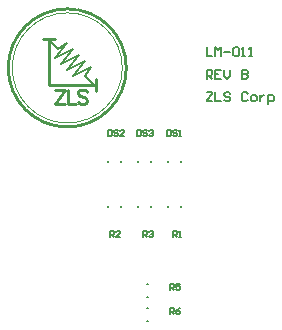
<source format=gbr>
%TF.GenerationSoftware,Altium Limited,Altium Designer,18.0.9 (584)*%
G04 Layer_Color=65535*
%FSLAX26Y26*%
%MOIN*%
%TF.FileFunction,Legend,Top*%
%TF.Part,Single*%
G01*
G75*
%TA.AperFunction,NonConductor*%
%ADD21C,0.007874*%
%ADD22C,0.010000*%
%ADD23C,0.005906*%
%ADD24C,0.005000*%
%ADD33C,0.003937*%
D21*
X356363Y-767874D02*
Y-763938D01*
X399669Y-767874D02*
Y-763938D01*
X456363Y-767874D02*
Y-763938D01*
X499669Y-767874D02*
Y-763938D01*
X556363Y-767874D02*
Y-763938D01*
X599669Y-767874D02*
Y-763938D01*
X485433Y-1103149D02*
X489371D01*
X485433Y-1146457D02*
X489371D01*
X355379Y-617874D02*
Y-613938D01*
X400655Y-617874D02*
Y-613938D01*
X455379Y-617874D02*
Y-613938D01*
X500655Y-617874D02*
Y-613938D01*
X555379Y-617874D02*
Y-613938D01*
X600655Y-617874D02*
Y-613938D01*
X485433Y-1023149D02*
X489371D01*
X485433Y-1066457D02*
X489371D01*
D22*
X416850Y-302999D02*
G03*
X416850Y-302999I-196850J0D01*
G01*
X315001Y-380000D02*
Y-340000D01*
X160001Y-360000D02*
Y-210000D01*
Y-360000D02*
X310001D01*
X140001Y-205000D02*
X180001D01*
X211489Y-375765D02*
X180000Y-422999D01*
Y-375765D02*
X211489D01*
X180000Y-422999D02*
X211489D01*
X222061Y-375765D02*
Y-422999D01*
X249052D01*
X285714Y-382513D02*
X281216Y-378015D01*
X274468Y-375765D01*
X265471D01*
X258723Y-378015D01*
X254225Y-382513D01*
Y-387012D01*
X256474Y-391510D01*
X258723Y-393759D01*
X263222Y-396009D01*
X276717Y-400507D01*
X281216Y-402756D01*
X283465Y-405005D01*
X285714Y-409504D01*
Y-416252D01*
X281216Y-420750D01*
X274468Y-422999D01*
X265471D01*
X258723Y-420750D01*
X254225Y-416252D01*
D23*
X684102Y-383860D02*
X703781D01*
Y-388780D01*
X684102Y-408458D01*
Y-413378D01*
X703781D01*
X713620Y-383860D02*
Y-413378D01*
X733299D01*
X762817Y-388780D02*
X757898Y-383860D01*
X748058D01*
X743139Y-388780D01*
Y-393699D01*
X748058Y-398619D01*
X757898D01*
X762817Y-403539D01*
Y-408458D01*
X757898Y-413378D01*
X748058D01*
X743139Y-408458D01*
X821853Y-388780D02*
X816934Y-383860D01*
X807094D01*
X802175Y-388780D01*
Y-408458D01*
X807094Y-413378D01*
X816934D01*
X821853Y-408458D01*
X836612Y-413378D02*
X846452D01*
X851371Y-408458D01*
Y-398619D01*
X846452Y-393699D01*
X836612D01*
X831693Y-398619D01*
Y-408458D01*
X836612Y-413378D01*
X861211Y-393699D02*
Y-413378D01*
Y-403539D01*
X866131Y-398619D01*
X871050Y-393699D01*
X875970D01*
X890729Y-423217D02*
Y-393699D01*
X905488D01*
X910408Y-398619D01*
Y-408458D01*
X905488Y-413378D01*
X890729D01*
X684102Y-338378D02*
Y-308860D01*
X698861D01*
X703781Y-313780D01*
Y-323619D01*
X698861Y-328539D01*
X684102D01*
X693942D02*
X703781Y-338378D01*
X733299Y-308860D02*
X713620D01*
Y-338378D01*
X733299D01*
X713620Y-323619D02*
X723460D01*
X743139Y-308860D02*
Y-328539D01*
X752978Y-338378D01*
X762817Y-328539D01*
Y-308860D01*
X802175D02*
Y-338378D01*
X816934D01*
X821853Y-333458D01*
Y-328539D01*
X816934Y-323619D01*
X802175D01*
X816934D01*
X821853Y-318699D01*
Y-313780D01*
X816934Y-308860D01*
X802175D01*
X684102Y-233860D02*
Y-263378D01*
X703781D01*
X713620D02*
Y-233860D01*
X723460Y-243699D01*
X733299Y-233860D01*
Y-263378D01*
X743139Y-248619D02*
X762817D01*
X772657Y-238780D02*
X777576Y-233860D01*
X787416D01*
X792335Y-238780D01*
Y-258458D01*
X787416Y-263378D01*
X777576D01*
X772657Y-258458D01*
Y-238780D01*
X802175Y-263378D02*
X812014D01*
X807094D01*
Y-233860D01*
X802175Y-238780D01*
X826773Y-263378D02*
X836612D01*
X831693D01*
Y-233860D01*
X826773Y-238780D01*
D24*
X190001Y-240000D02*
X220001Y-220000D01*
X280001Y-330000D02*
X310001Y-360000D01*
X280001Y-330000D02*
X300001Y-300000D01*
X200001Y-290000D02*
X240001Y-240000D01*
X220001Y-310000D02*
X260001Y-260000D01*
X200001Y-290000D02*
X260001Y-260000D01*
X220001Y-310000D02*
X280001Y-280000D01*
X160001Y-210000D02*
X190001Y-240000D01*
X240001Y-330000D02*
X300001Y-300000D01*
X180001Y-270000D02*
X220001Y-220000D01*
X180001Y-270000D02*
X240001Y-240000D01*
Y-330000D02*
X280001Y-280000D01*
X452756Y-511502D02*
Y-531496D01*
X462753D01*
X466085Y-528164D01*
Y-514835D01*
X462753Y-511502D01*
X452756D01*
X486078Y-514835D02*
X482746Y-511502D01*
X476082D01*
X472749Y-514835D01*
Y-518167D01*
X476082Y-521499D01*
X482746D01*
X486078Y-524832D01*
Y-528164D01*
X482746Y-531496D01*
X476082D01*
X472749Y-528164D01*
X492743Y-514835D02*
X496075Y-511502D01*
X502740D01*
X506072Y-514835D01*
Y-518167D01*
X502740Y-521499D01*
X499407D01*
X502740D01*
X506072Y-524832D01*
Y-528164D01*
X502740Y-531496D01*
X496075D01*
X492743Y-528164D01*
X354331Y-511502D02*
Y-531496D01*
X364327D01*
X367660Y-528164D01*
Y-514835D01*
X364327Y-511502D01*
X354331D01*
X387653Y-514835D02*
X384321Y-511502D01*
X377656D01*
X374324Y-514835D01*
Y-518167D01*
X377656Y-521499D01*
X384321D01*
X387653Y-524832D01*
Y-528164D01*
X384321Y-531496D01*
X377656D01*
X374324Y-528164D01*
X407647Y-531496D02*
X394318D01*
X407647Y-518167D01*
Y-514835D01*
X404315Y-511502D01*
X397650D01*
X394318Y-514835D01*
X562402Y-1124803D02*
Y-1104810D01*
X572398D01*
X575731Y-1108142D01*
Y-1114806D01*
X572398Y-1118139D01*
X562402D01*
X569066D02*
X575731Y-1124803D01*
X595724Y-1104810D02*
X589060Y-1108142D01*
X582395Y-1114806D01*
Y-1121471D01*
X585727Y-1124803D01*
X592392D01*
X595724Y-1121471D01*
Y-1118139D01*
X592392Y-1114806D01*
X582395D01*
X562402Y-1044803D02*
Y-1024810D01*
X572398D01*
X575731Y-1028142D01*
Y-1034806D01*
X572398Y-1038139D01*
X562402D01*
X569066D02*
X575731Y-1044803D01*
X595724Y-1024810D02*
X582395D01*
Y-1034806D01*
X589060Y-1031474D01*
X592392D01*
X595724Y-1034806D01*
Y-1041471D01*
X592392Y-1044803D01*
X585727D01*
X582395Y-1041471D01*
X472441Y-866142D02*
Y-846148D01*
X482438D01*
X485770Y-849480D01*
Y-856145D01*
X482438Y-859477D01*
X472441D01*
X479106D02*
X485770Y-866142D01*
X492435Y-849480D02*
X495767Y-846148D01*
X502431D01*
X505764Y-849480D01*
Y-852813D01*
X502431Y-856145D01*
X499099D01*
X502431D01*
X505764Y-859477D01*
Y-862809D01*
X502431Y-866142D01*
X495767D01*
X492435Y-862809D01*
X362722Y-867835D02*
Y-847841D01*
X372719D01*
X376051Y-851174D01*
Y-857838D01*
X372719Y-861170D01*
X362722D01*
X369387D02*
X376051Y-867835D01*
X396045D02*
X382716D01*
X396045Y-854506D01*
Y-851174D01*
X392713Y-847841D01*
X386048D01*
X382716Y-851174D01*
X570866Y-866142D02*
Y-846148D01*
X580863D01*
X584195Y-849480D01*
Y-856145D01*
X580863Y-859477D01*
X570866D01*
X577531D02*
X584195Y-866142D01*
X590860D02*
X597524D01*
X594192D01*
Y-846148D01*
X590860Y-849480D01*
X551181Y-511502D02*
Y-531496D01*
X561178D01*
X564510Y-528164D01*
Y-514835D01*
X561178Y-511502D01*
X551181D01*
X584504Y-514835D02*
X581171Y-511502D01*
X574507D01*
X571175Y-514835D01*
Y-518167D01*
X574507Y-521499D01*
X581171D01*
X584504Y-524832D01*
Y-528164D01*
X581171Y-531496D01*
X574507D01*
X571175Y-528164D01*
X591168Y-531496D02*
X597833D01*
X594500D01*
Y-511502D01*
X591168Y-514835D01*
D33*
X403576Y-302999D02*
G03*
X403576Y-302999I-183576J0D01*
G01*
%TF.MD5,8f4e79cd3ee0bae5fa5e94a4298c843a*%
M02*

</source>
